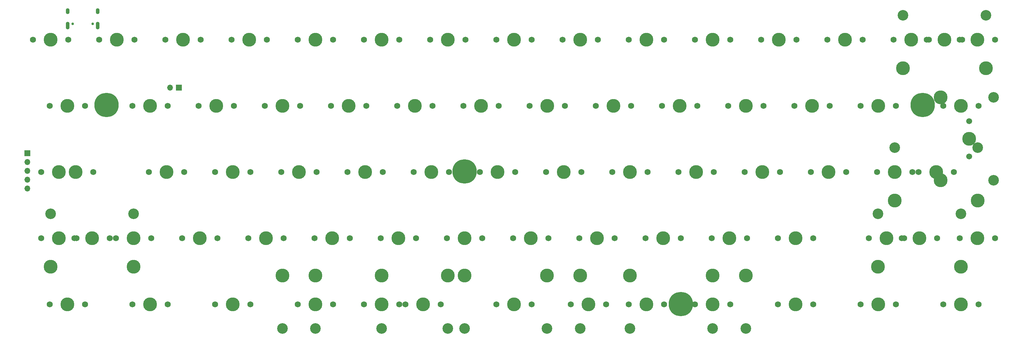
<source format=gbr>
%TF.GenerationSoftware,KiCad,Pcbnew,(6.0.0)*%
%TF.CreationDate,2022-07-27T19:10:37+03:00*%
%TF.ProjectId,SST60,53535436-302e-46b6-9963-61645f706362,0.1*%
%TF.SameCoordinates,Original*%
%TF.FileFunction,Soldermask,Top*%
%TF.FilePolarity,Negative*%
%FSLAX46Y46*%
G04 Gerber Fmt 4.6, Leading zero omitted, Abs format (unit mm)*
G04 Created by KiCad (PCBNEW (6.0.0)) date 2022-07-27 19:10:37*
%MOMM*%
%LPD*%
G01*
G04 APERTURE LIST*
%ADD10C,1.750000*%
%ADD11C,3.987800*%
%ADD12C,1.000000*%
%ADD13C,7.000240*%
%ADD14C,7.001300*%
%ADD15C,3.048000*%
%ADD16C,1.701800*%
%ADD17C,0.750000*%
%ADD18O,1.100000X2.200000*%
%ADD19O,1.100000X1.700000*%
%ADD20R,1.700000X1.700000*%
%ADD21O,1.700000X1.700000*%
G04 APERTURE END LIST*
D10*
%TO.C,1.50u*%
X40957500Y-125412500D03*
D11*
X46037500Y-125412500D03*
D10*
X51117500Y-125412500D03*
%TD*%
D11*
%TO.C,T*%
X146050000Y-68262500D03*
D10*
X151130000Y-68262500D03*
X140970000Y-68262500D03*
%TD*%
%TO.C,Tab*%
X40957500Y-68262500D03*
X51117500Y-68262500D03*
D11*
X46037500Y-68262500D03*
%TD*%
%TO.C,[*%
X260350000Y-68262500D03*
D10*
X255270000Y-68262500D03*
X265430000Y-68262500D03*
%TD*%
D11*
%TO.C,1.50u*%
X255587500Y-125412500D03*
D10*
X250507500Y-125412500D03*
X260667500Y-125412500D03*
%TD*%
%TO.C,R*%
X121920000Y-68262500D03*
D11*
X127000000Y-68262500D03*
D10*
X132080000Y-68262500D03*
%TD*%
%TO.C,<*%
X212407500Y-106362500D03*
X222567500Y-106362500D03*
D11*
X217487500Y-106362500D03*
%TD*%
%TO.C,Stepped*%
X43656250Y-87312500D03*
D10*
X48736250Y-87312500D03*
X38576250Y-87312500D03*
%TD*%
%TO.C,S*%
X88582500Y-87312500D03*
X98742500Y-87312500D03*
D11*
X93662500Y-87312500D03*
%TD*%
D10*
%TO.C,B*%
X165417500Y-106362500D03*
D11*
X160337500Y-106362500D03*
D10*
X155257500Y-106362500D03*
%TD*%
%TO.C,H*%
X164782500Y-87312500D03*
X174942500Y-87312500D03*
D11*
X169862500Y-87312500D03*
%TD*%
D10*
%TO.C,D*%
X117792500Y-87312500D03*
X107632500Y-87312500D03*
D11*
X112712500Y-87312500D03*
%TD*%
D10*
%TO.C,J*%
X183832500Y-87312500D03*
D11*
X188912500Y-87312500D03*
D10*
X193992500Y-87312500D03*
%TD*%
%TO.C,ISO*%
X289242500Y-87312500D03*
D11*
X284162500Y-87312500D03*
D10*
X279082500Y-87312500D03*
%TD*%
%TO.C,1u*%
X112395000Y-125412500D03*
D11*
X117475000Y-125412500D03*
D10*
X122555000Y-125412500D03*
%TD*%
%TO.C,Z*%
X89217500Y-106362500D03*
D11*
X84137500Y-106362500D03*
D10*
X79057500Y-106362500D03*
%TD*%
%TO.C,1u*%
X302895000Y-106362500D03*
X313055000Y-106362500D03*
D11*
X307975000Y-106362500D03*
%TD*%
D10*
%TO.C,W*%
X93980000Y-68262500D03*
D11*
X88900000Y-68262500D03*
D10*
X83820000Y-68262500D03*
%TD*%
%TO.C,-*%
X245745000Y-49212500D03*
D11*
X250825000Y-49212500D03*
D10*
X255905000Y-49212500D03*
%TD*%
D11*
%TO.C,1.75u*%
X281781250Y-106362500D03*
D10*
X286861250Y-106362500D03*
X276701250Y-106362500D03*
%TD*%
%TO.C,V*%
X146367500Y-106362500D03*
X136207500Y-106362500D03*
D11*
X141287500Y-106362500D03*
%TD*%
D10*
%TO.C,X*%
X98107500Y-106362500D03*
X108267500Y-106362500D03*
D11*
X103187500Y-106362500D03*
%TD*%
D10*
%TO.C,1u*%
X274320000Y-125412500D03*
X284480000Y-125412500D03*
D11*
X279400000Y-125412500D03*
%TD*%
%TO.C,5*%
X136525000Y-49212500D03*
D10*
X141605000Y-49212500D03*
X131445000Y-49212500D03*
%TD*%
D12*
%TO.C,H1*%
X55709904Y-66404904D03*
X57336250Y-70331250D03*
X58962596Y-69657596D03*
X55036250Y-68031250D03*
X292186250Y-70331250D03*
X57336250Y-65731250D03*
D13*
X292186250Y-68031250D03*
D12*
X59636250Y-68031250D03*
X58962596Y-66404904D03*
X292186250Y-65731250D03*
D14*
X57336250Y-68031250D03*
D13*
X160336250Y-87131250D03*
D12*
X55709904Y-69657596D03*
D13*
X222636250Y-125331250D03*
D12*
X293635250Y-70413250D03*
X290714250Y-70413250D03*
X290841250Y-65714250D03*
X293635250Y-65714250D03*
%TD*%
D10*
%TO.C,G*%
X145732500Y-87312500D03*
D11*
X150812500Y-87312500D03*
D10*
X155892500Y-87312500D03*
%TD*%
%TO.C,1u*%
X226695000Y-125412500D03*
D11*
X231775000Y-125412500D03*
D10*
X236855000Y-125412500D03*
%TD*%
%TO.C,:*%
X240982500Y-87312500D03*
X251142500Y-87312500D03*
D11*
X246062500Y-87312500D03*
%TD*%
D10*
%TO.C,8*%
X188595000Y-49212500D03*
X198755000Y-49212500D03*
D11*
X193675000Y-49212500D03*
%TD*%
%TO.C,P*%
X241300000Y-68262500D03*
D10*
X246380000Y-68262500D03*
X236220000Y-68262500D03*
%TD*%
%TO.C,2.25u*%
X153511250Y-125412500D03*
X143351250Y-125412500D03*
D11*
X160369250Y-117157500D03*
D15*
X160369250Y-132397500D03*
D11*
X136493250Y-117157500D03*
D15*
X136493250Y-132397500D03*
D11*
X148431250Y-125412500D03*
%TD*%
D10*
%TO.C,Q*%
X74930000Y-68262500D03*
D11*
X69850000Y-68262500D03*
D10*
X64770000Y-68262500D03*
%TD*%
%TO.C,1*%
X65405000Y-49212500D03*
D11*
X60325000Y-49212500D03*
D10*
X55245000Y-49212500D03*
%TD*%
%TO.C,Y*%
X170180000Y-68262500D03*
X160020000Y-68262500D03*
D11*
X165100000Y-68262500D03*
%TD*%
%TO.C,]*%
X279400000Y-68262500D03*
D10*
X274320000Y-68262500D03*
X284480000Y-68262500D03*
%TD*%
D11*
%TO.C,1u/7u/10u*%
X174625000Y-125412500D03*
D10*
X179705000Y-125412500D03*
X169545000Y-125412500D03*
%TD*%
%TO.C,9*%
X207645000Y-49212500D03*
X217805000Y-49212500D03*
D11*
X212725000Y-49212500D03*
%TD*%
D10*
%TO.C,1u*%
X60007500Y-106362500D03*
X70167500Y-106362500D03*
D11*
X65087500Y-106362500D03*
%TD*%
D10*
%TO.C,>*%
X231457500Y-106362500D03*
D11*
X236537500Y-106362500D03*
D10*
X241617500Y-106362500D03*
%TD*%
D15*
%TO.C,2.75u*%
X279368250Y-99377500D03*
D11*
X303244250Y-114617500D03*
D10*
X296386250Y-106362500D03*
D11*
X291306250Y-106362500D03*
X279368250Y-114617500D03*
D10*
X286226250Y-106362500D03*
D15*
X303244250Y-99377500D03*
%TD*%
D10*
%TO.C,MX77*%
X169545000Y-125412500D03*
X179705000Y-125412500D03*
D11*
X241300000Y-117157500D03*
D15*
X241300000Y-132397500D03*
D11*
X174625000Y-125412500D03*
D15*
X107950000Y-132397500D03*
D11*
X107950000Y-117157500D03*
%TD*%
D10*
%TO.C,C*%
X127317500Y-106362500D03*
X117157500Y-106362500D03*
D11*
X122237500Y-106362500D03*
%TD*%
%TO.C,E*%
X107950000Y-68262500D03*
D10*
X113030000Y-68262500D03*
X102870000Y-68262500D03*
%TD*%
D15*
%TO.C,ANSI*%
X308006750Y-80327500D03*
D10*
X301148750Y-87312500D03*
X290988750Y-87312500D03*
D11*
X284130750Y-95567500D03*
X296068750Y-87312500D03*
X308006750Y-95567500D03*
D15*
X284130750Y-80327500D03*
%TD*%
D10*
%TO.C,A*%
X79692500Y-87312500D03*
D11*
X74612500Y-87312500D03*
D10*
X69532500Y-87312500D03*
%TD*%
D11*
%TO.C,1u*%
X307975000Y-49212500D03*
D10*
X313055000Y-49212500D03*
X302895000Y-49212500D03*
%TD*%
D11*
%TO.C,0*%
X231775000Y-49212500D03*
D10*
X236855000Y-49212500D03*
X226695000Y-49212500D03*
%TD*%
%TO.C,L*%
X221932500Y-87312500D03*
X232092500Y-87312500D03*
D11*
X227012500Y-87312500D03*
%TD*%
%TO.C,I*%
X203200000Y-68262500D03*
D10*
X198120000Y-68262500D03*
X208280000Y-68262500D03*
%TD*%
D11*
%TO.C,M*%
X198437500Y-106362500D03*
D10*
X203517500Y-106362500D03*
X193357500Y-106362500D03*
%TD*%
D11*
%TO.C,2u*%
X286512000Y-57467500D03*
X298450000Y-49212500D03*
D15*
X310388000Y-42227500D03*
X286512000Y-42227500D03*
D10*
X303530000Y-49212500D03*
X293370000Y-49212500D03*
D11*
X310388000Y-57467500D03*
%TD*%
%TO.C,?*%
X255587500Y-106362500D03*
D10*
X260667500Y-106362500D03*
X250507500Y-106362500D03*
%TD*%
%TO.C,F*%
X126682500Y-87312500D03*
D11*
X131762500Y-87312500D03*
D10*
X136842500Y-87312500D03*
%TD*%
D15*
%TO.C,ISO*%
X312578750Y-65849500D03*
D16*
X305593750Y-72707500D03*
D11*
X305593750Y-77787500D03*
X297338750Y-89725500D03*
D15*
X312578750Y-89725500D03*
D16*
X305593750Y-82867500D03*
D11*
X297338750Y-65849500D03*
%TD*%
D10*
%TO.C,1u*%
X64770000Y-125412500D03*
X74930000Y-125412500D03*
D11*
X69850000Y-125412500D03*
%TD*%
D10*
%TO.C,N*%
X184467500Y-106362500D03*
D11*
X179387500Y-106362500D03*
D10*
X174307500Y-106362500D03*
%TD*%
%TO.C,3*%
X93345000Y-49212500D03*
X103505000Y-49212500D03*
D11*
X98425000Y-49212500D03*
%TD*%
D10*
%TO.C,6*%
X150495000Y-49212500D03*
X160655000Y-49212500D03*
D11*
X155575000Y-49212500D03*
%TD*%
%TO.C,2.75u*%
X196056250Y-125412500D03*
X184118250Y-117157500D03*
D15*
X184118250Y-132397500D03*
D10*
X190976250Y-125412500D03*
D11*
X207994250Y-117157500D03*
D15*
X207994250Y-132397500D03*
D10*
X201136250Y-125412500D03*
%TD*%
%TO.C,"*%
X270192500Y-87312500D03*
D11*
X265112500Y-87312500D03*
D10*
X260032500Y-87312500D03*
%TD*%
%TO.C,Esc*%
X36195000Y-49212500D03*
D11*
X41275000Y-49212500D03*
D10*
X46355000Y-49212500D03*
%TD*%
%TO.C,1.50u*%
X98742500Y-125412500D03*
D11*
X93662500Y-125412500D03*
D10*
X88582500Y-125412500D03*
%TD*%
D11*
%TO.C,=*%
X269875000Y-49212500D03*
D10*
X264795000Y-49212500D03*
X274955000Y-49212500D03*
%TD*%
D15*
%TO.C,3u*%
X155575000Y-132397500D03*
D10*
X131445000Y-125412500D03*
D15*
X117475000Y-132397500D03*
D11*
X136525000Y-125412500D03*
D10*
X141605000Y-125412500D03*
D11*
X155575000Y-117157500D03*
X117475000Y-117157500D03*
%TD*%
D10*
%TO.C,1u*%
X294005000Y-49212500D03*
D11*
X288925000Y-49212500D03*
D10*
X283845000Y-49212500D03*
%TD*%
%TO.C,K*%
X213042500Y-87312500D03*
X202882500Y-87312500D03*
D11*
X207962500Y-87312500D03*
%TD*%
%TO.C,1.25u*%
X43656250Y-106362500D03*
D10*
X38576250Y-106362500D03*
X48736250Y-106362500D03*
%TD*%
D11*
%TO.C,2*%
X79375000Y-49212500D03*
D10*
X84455000Y-49212500D03*
X74295000Y-49212500D03*
%TD*%
%TO.C,\u005C*%
X298132500Y-68262500D03*
D11*
X303212500Y-68262500D03*
D10*
X308292500Y-68262500D03*
%TD*%
%TO.C,3u*%
X217805000Y-125412500D03*
D15*
X193675000Y-132397500D03*
D11*
X212725000Y-125412500D03*
D15*
X231775000Y-132397500D03*
D10*
X207645000Y-125412500D03*
D11*
X193675000Y-117157500D03*
X231775000Y-117157500D03*
%TD*%
%TO.C,Full*%
X48418750Y-87312500D03*
D10*
X43338750Y-87312500D03*
X53498750Y-87312500D03*
%TD*%
%TO.C,7*%
X169545000Y-49212500D03*
D11*
X174625000Y-49212500D03*
D10*
X179705000Y-49212500D03*
%TD*%
%TO.C,O*%
X217170000Y-68262500D03*
X227330000Y-68262500D03*
D11*
X222250000Y-68262500D03*
%TD*%
%TO.C,1.50u*%
X303212500Y-125412500D03*
D10*
X298132500Y-125412500D03*
X308292500Y-125412500D03*
%TD*%
D11*
%TO.C,2.25u*%
X53181250Y-106362500D03*
D15*
X65119250Y-99377500D03*
D11*
X65119250Y-114617500D03*
D15*
X41243250Y-99377500D03*
D10*
X58261250Y-106362500D03*
D11*
X41243250Y-114617500D03*
D10*
X48101250Y-106362500D03*
%TD*%
%TO.C,MX42*%
X179705000Y-125412500D03*
X169545000Y-125412500D03*
D15*
X231775000Y-132397500D03*
D11*
X174625000Y-125412500D03*
X231775000Y-117157500D03*
X117475000Y-117157500D03*
D15*
X117475000Y-132397500D03*
%TD*%
D11*
%TO.C,4*%
X117475000Y-49212500D03*
D10*
X122555000Y-49212500D03*
X112395000Y-49212500D03*
%TD*%
%TO.C,U*%
X189230000Y-68262500D03*
X179070000Y-68262500D03*
D11*
X184150000Y-68262500D03*
%TD*%
D17*
%TO.C,USB1*%
X47560000Y-44637500D03*
X53340000Y-44637500D03*
D18*
X46130000Y-45167500D03*
X54770000Y-45167500D03*
D19*
X46130000Y-40987500D03*
X54770000Y-40987500D03*
%TD*%
D20*
%TO.C,J2*%
X34550000Y-81925000D03*
D21*
X34550000Y-84465000D03*
X34550000Y-87005000D03*
X34550000Y-89545000D03*
X34550000Y-92085000D03*
%TD*%
D20*
%TO.C,SW1*%
X78175000Y-63025000D03*
D21*
X75635000Y-63025000D03*
%TD*%
M02*

</source>
